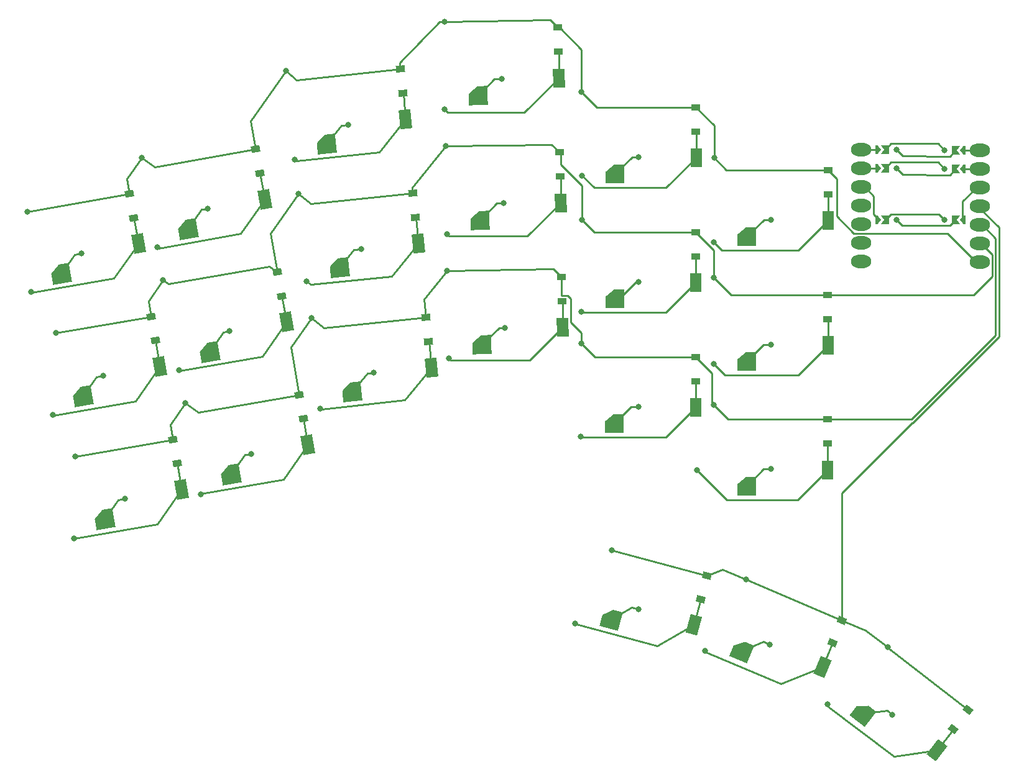
<source format=gbr>
%TF.GenerationSoftware,KiCad,Pcbnew,7.0.7*%
%TF.CreationDate,2024-02-04T11:46:41-06:00*%
%TF.ProjectId,main,6d61696e-2e6b-4696-9361-645f70636258,v1.0.0*%
%TF.SameCoordinates,Original*%
%TF.FileFunction,Copper,L1,Top*%
%TF.FilePolarity,Positive*%
%FSLAX46Y46*%
G04 Gerber Fmt 4.6, Leading zero omitted, Abs format (unit mm)*
G04 Created by KiCad (PCBNEW 7.0.7) date 2024-02-04 11:46:41*
%MOMM*%
%LPD*%
G01*
G04 APERTURE LIST*
G04 Aperture macros list*
%AMHorizOval*
0 Thick line with rounded ends*
0 $1 width*
0 $2 $3 position (X,Y) of the first rounded end (center of the circle)*
0 $4 $5 position (X,Y) of the second rounded end (center of the circle)*
0 Add line between two ends*
20,1,$1,$2,$3,$4,$5,0*
0 Add two circle primitives to create the rounded ends*
1,1,$1,$2,$3*
1,1,$1,$4,$5*%
%AMRotRect*
0 Rectangle, with rotation*
0 The origin of the aperture is its center*
0 $1 length*
0 $2 width*
0 $3 Rotation angle, in degrees counterclockwise*
0 Add horizontal line*
21,1,$1,$2,0,0,$3*%
%AMFreePoly0*
4,1,6,1.300000,-0.250000,0.050000,-1.300000,-1.300000,-1.300000,-1.300000,1.300000,1.300000,1.300000,1.300000,-0.250000,1.300000,-0.250000,$1*%
%AMFreePoly1*
4,1,6,0.250000,0.000000,-0.250000,-0.625000,-0.500000,-0.625000,-0.500000,0.625000,-0.250000,0.625000,0.250000,0.000000,0.250000,0.000000,$1*%
%AMFreePoly2*
4,1,6,0.500000,-0.625000,-0.650000,-0.625000,-0.150000,0.000000,-0.650000,0.625000,0.500000,0.625000,0.500000,-0.625000,0.500000,-0.625000,$1*%
%AMFreePoly3*
4,1,6,1.300000,-1.300000,-1.300000,-1.300000,-1.300000,0.250000,-0.050000,1.300000,1.300000,1.300000,1.300000,-1.300000,1.300000,-1.300000,$1*%
G04 Aperture macros list end*
%TA.AperFunction,ConnectorPad*%
%ADD10FreePoly0,179.900000*%
%TD*%
%TA.AperFunction,SMDPad,CuDef*%
%ADD11RotRect,1.600000X2.600000X179.900000*%
%TD*%
%TA.AperFunction,ConnectorPad*%
%ADD12FreePoly0,180.900000*%
%TD*%
%TA.AperFunction,SMDPad,CuDef*%
%ADD13RotRect,1.600000X2.600000X180.900000*%
%TD*%
%TA.AperFunction,SMDPad,CuDef*%
%ADD14RotRect,0.900000X1.200000X269.900000*%
%TD*%
%TA.AperFunction,SMDPad,CuDef*%
%ADD15RotRect,0.900000X1.200000X270.900000*%
%TD*%
%TA.AperFunction,SMDPad,CuDef*%
%ADD16RotRect,0.900000X1.200000X280.000000*%
%TD*%
%TA.AperFunction,ConnectorPad*%
%ADD17FreePoly0,190.000000*%
%TD*%
%TA.AperFunction,SMDPad,CuDef*%
%ADD18RotRect,1.600000X2.600000X190.000000*%
%TD*%
%TA.AperFunction,ConnectorPad*%
%ADD19FreePoly0,157.400000*%
%TD*%
%TA.AperFunction,SMDPad,CuDef*%
%ADD20RotRect,1.600000X2.600000X157.400000*%
%TD*%
%TA.AperFunction,ConnectorPad*%
%ADD21FreePoly0,185.900000*%
%TD*%
%TA.AperFunction,SMDPad,CuDef*%
%ADD22RotRect,1.600000X2.600000X185.900000*%
%TD*%
%TA.AperFunction,SMDPad,CuDef*%
%ADD23RotRect,0.900000X1.200000X275.900000*%
%TD*%
%TA.AperFunction,ConnectorPad*%
%ADD24FreePoly0,164.900000*%
%TD*%
%TA.AperFunction,SMDPad,CuDef*%
%ADD25RotRect,1.600000X2.600000X164.900000*%
%TD*%
%TA.AperFunction,SMDPad,CuDef*%
%ADD26RotRect,0.900000X1.200000X254.900000*%
%TD*%
%TA.AperFunction,SMDPad,CuDef*%
%ADD27RotRect,0.900000X1.200000X232.400000*%
%TD*%
%TA.AperFunction,ConnectorPad*%
%ADD28FreePoly0,142.400000*%
%TD*%
%TA.AperFunction,SMDPad,CuDef*%
%ADD29RotRect,1.600000X2.600000X142.400000*%
%TD*%
%TA.AperFunction,SMDPad,CuDef*%
%ADD30RotRect,0.900000X1.200000X247.400000*%
%TD*%
%TA.AperFunction,ComponentPad*%
%ADD31HorizOval,1.800000X0.474999X-0.000812X-0.474999X0.000812X0*%
%TD*%
%TA.AperFunction,SMDPad,CuDef*%
%ADD32FreePoly1,359.902000*%
%TD*%
%TA.AperFunction,ComponentPad*%
%ADD33C,0.800000*%
%TD*%
%TA.AperFunction,SMDPad,CuDef*%
%ADD34FreePoly2,179.902000*%
%TD*%
%TA.AperFunction,ComponentPad*%
%ADD35HorizOval,1.800000X-0.474999X0.000812X0.474999X-0.000812X0*%
%TD*%
%TA.AperFunction,SMDPad,CuDef*%
%ADD36FreePoly2,359.902000*%
%TD*%
%TA.AperFunction,SMDPad,CuDef*%
%ADD37FreePoly1,179.902000*%
%TD*%
%TA.AperFunction,SMDPad,CuDef*%
%ADD38FreePoly3,0.100000*%
%TD*%
%TA.AperFunction,SMDPad,CuDef*%
%ADD39RotRect,1.600000X2.600000X0.100000*%
%TD*%
%TA.AperFunction,ViaPad*%
%ADD40C,0.800000*%
%TD*%
%TA.AperFunction,Conductor*%
%ADD41C,0.250000*%
%TD*%
G04 APERTURE END LIST*
D10*
%TO.P,S14,1*%
%TO.N,P4*%
X155583270Y-93723619D03*
D11*
%TO.P,S14,2*%
%TO.N,index_home*%
X166637093Y-91542908D03*
%TD*%
D12*
%TO.P,S11,1*%
%TO.N,P3*%
X137219472Y-83016248D03*
D13*
%TO.P,S11,2*%
%TO.N,middle_home*%
X148233552Y-80642954D03*
%TD*%
D14*
%TO.P,D35,1*%
%TO.N,P8*%
X166624151Y-84642868D03*
%TO.P,D35,2*%
%TO.N,index_home*%
X166618391Y-87942862D03*
%TD*%
D15*
%TO.P,D32,1*%
%TO.N,P8*%
X148100187Y-73744184D03*
%TO.P,D32,2*%
%TO.N,middle_home*%
X148152021Y-77043776D03*
%TD*%
D14*
%TO.P,D37,1*%
%TO.N,P9*%
X184579577Y-110174264D03*
%TO.P,D37,2*%
%TO.N,inner_bottom*%
X184573817Y-113474258D03*
%TD*%
D10*
%TO.P,S17,1*%
%TO.N,P5*%
X173568429Y-102255020D03*
D11*
%TO.P,S17,2*%
%TO.N,inner_home*%
X184622252Y-100074309D03*
%TD*%
D16*
%TO.P,D23,1*%
%TO.N,P8*%
X92453517Y-96169167D03*
%TO.P,D23,2*%
%TO.N,outer_home*%
X93026555Y-99419033D03*
%TD*%
D14*
%TO.P,D34,1*%
%TO.N,P9*%
X166594491Y-101642857D03*
%TO.P,D34,2*%
%TO.N,index_bottom*%
X166588731Y-104942851D03*
%TD*%
D17*
%TO.P,S3,1*%
%TO.N,P0*%
X80224217Y-90303633D03*
D18*
%TO.P,S3,2*%
%TO.N,outer_top*%
X90724317Y-86218243D03*
%TD*%
D19*
%TO.P,S20,1*%
%TO.N,P4*%
X172858546Y-141706377D03*
D20*
%TO.P,S20,2*%
%TO.N,middle_cluster*%
X183905469Y-143921777D03*
%TD*%
D10*
%TO.P,S18,1*%
%TO.N,P5*%
X173598083Y-85255039D03*
D11*
%TO.P,S18,2*%
%TO.N,inner_top*%
X184651906Y-83074328D03*
%TD*%
D21*
%TO.P,S8,1*%
%TO.N,P2*%
X118090188Y-89510374D03*
D22*
%TO.P,S8,2*%
%TO.N,ring_home*%
X128855510Y-86186171D03*
%TD*%
D23*
%TO.P,D30,1*%
%TO.N,P7*%
X126373875Y-62415334D03*
%TO.P,D30,2*%
%TO.N,ring_top*%
X126713091Y-65697854D03*
%TD*%
D14*
%TO.P,D38,1*%
%TO.N,P8*%
X184609277Y-93174310D03*
%TO.P,D38,2*%
%TO.N,inner_home*%
X184603517Y-96474304D03*
%TD*%
D16*
%TO.P,D27,1*%
%TO.N,P7*%
X106707121Y-73347354D03*
%TO.P,D27,2*%
%TO.N,pinky_top*%
X107280159Y-76597220D03*
%TD*%
D17*
%TO.P,S5,1*%
%TO.N,P1*%
X100381837Y-100965311D03*
D18*
%TO.P,S5,2*%
%TO.N,pinky_home*%
X110881937Y-96879921D03*
%TD*%
D23*
%TO.P,D29,1*%
%TO.N,P8*%
X128121358Y-79325282D03*
%TO.P,D29,2*%
%TO.N,ring_home*%
X128460574Y-82607802D03*
%TD*%
D14*
%TO.P,D36,1*%
%TO.N,P7*%
X166653841Y-67642922D03*
%TO.P,D36,2*%
%TO.N,index_top*%
X166648081Y-70942916D03*
%TD*%
D24*
%TO.P,S19,1*%
%TO.N,P3*%
X155112729Y-137413677D03*
D25*
%TO.P,S19,2*%
%TO.N,left_cluster*%
X166354312Y-138168212D03*
%TD*%
D21*
%TO.P,S7,1*%
%TO.N,P2*%
X119837639Y-106420313D03*
D22*
%TO.P,S7,2*%
%TO.N,ring_bottom*%
X130602961Y-103096110D03*
%TD*%
D26*
%TO.P,D40,1*%
%TO.N,P10*%
X168127642Y-131499942D03*
%TO.P,D40,2*%
%TO.N,left_cluster*%
X167267978Y-134686002D03*
%TD*%
D15*
%TO.P,D33,1*%
%TO.N,P7*%
X147833182Y-56746251D03*
%TO.P,D33,2*%
%TO.N,middle_top*%
X147885016Y-60045843D03*
%TD*%
D16*
%TO.P,D24,1*%
%TO.N,P7*%
X89501521Y-79427429D03*
%TO.P,D24,2*%
%TO.N,outer_top*%
X90074559Y-82677295D03*
%TD*%
D23*
%TO.P,D28,1*%
%TO.N,P9*%
X129868813Y-96235221D03*
%TO.P,D28,2*%
%TO.N,ring_bottom*%
X130208029Y-99517741D03*
%TD*%
D27*
%TO.P,D42,1*%
%TO.N,P10*%
X203688266Y-149793043D03*
%TO.P,D42,2*%
%TO.N,right_cluster*%
X201674786Y-152407599D03*
%TD*%
D17*
%TO.P,S4,1*%
%TO.N,P1*%
X103333843Y-117707026D03*
D18*
%TO.P,S4,2*%
%TO.N,pinky_bottom*%
X113833943Y-113621636D03*
%TD*%
D17*
%TO.P,S2,1*%
%TO.N,P0*%
X83176223Y-107045364D03*
D18*
%TO.P,S2,2*%
%TO.N,outer_home*%
X93676323Y-102959974D03*
%TD*%
D14*
%TO.P,D39,1*%
%TO.N,P7*%
X184638957Y-76174313D03*
%TO.P,D39,2*%
%TO.N,inner_top*%
X184633197Y-79474307D03*
%TD*%
D12*
%TO.P,S12,1*%
%TO.N,P3*%
X136952445Y-66018339D03*
D13*
%TO.P,S12,2*%
%TO.N,middle_top*%
X147966525Y-63645045D03*
%TD*%
D17*
%TO.P,S6,1*%
%TO.N,P1*%
X97429806Y-84223540D03*
D18*
%TO.P,S6,2*%
%TO.N,pinky_top*%
X107929906Y-80138150D03*
%TD*%
D10*
%TO.P,S16,1*%
%TO.N,P5*%
X173538717Y-119254999D03*
D11*
%TO.P,S16,2*%
%TO.N,inner_bottom*%
X184592540Y-117074288D03*
%TD*%
D28*
%TO.P,S21,1*%
%TO.N,P5*%
X189400965Y-150276036D03*
D29*
%TO.P,S21,2*%
%TO.N,right_cluster*%
X199498085Y-155275103D03*
%TD*%
D16*
%TO.P,D22,1*%
%TO.N,P9*%
X95405560Y-112910875D03*
%TO.P,D22,2*%
%TO.N,outer_bottom*%
X95978598Y-116160741D03*
%TD*%
D15*
%TO.P,D31,1*%
%TO.N,P9*%
X148367203Y-90742095D03*
%TO.P,D31,2*%
%TO.N,middle_bottom*%
X148419037Y-94041687D03*
%TD*%
D17*
%TO.P,S1,1*%
%TO.N,P0*%
X86128251Y-123787126D03*
D18*
%TO.P,S1,2*%
%TO.N,outer_bottom*%
X96628351Y-119701736D03*
%TD*%
D16*
%TO.P,D25,1*%
%TO.N,P9*%
X112611159Y-106830801D03*
%TO.P,D25,2*%
%TO.N,pinky_bottom*%
X113184197Y-110080667D03*
%TD*%
D21*
%TO.P,S9,1*%
%TO.N,P2*%
X116342695Y-72600392D03*
D22*
%TO.P,S9,2*%
%TO.N,ring_top*%
X127108017Y-69276189D03*
%TD*%
D30*
%TO.P,D41,1*%
%TO.N,P10*%
X186534028Y-137542055D03*
%TO.P,D41,2*%
%TO.N,middle_cluster*%
X185265854Y-140588649D03*
%TD*%
D10*
%TO.P,S13,1*%
%TO.N,P4*%
X155553611Y-110723565D03*
D11*
%TO.P,S13,2*%
%TO.N,index_bottom*%
X166607434Y-108542854D03*
%TD*%
D12*
%TO.P,S10,1*%
%TO.N,P3*%
X137486510Y-100014142D03*
D13*
%TO.P,S10,2*%
%TO.N,middle_bottom*%
X148500590Y-97640848D03*
%TD*%
D31*
%TO.P,xiao,0*%
%TO.N,_1_0*%
X189149282Y-73426458D03*
D32*
X191624278Y-73430691D03*
D33*
%TO.N,P0*%
X193982274Y-73434724D03*
D34*
X202019262Y-73448470D03*
D31*
%TO.P,xiao,1*%
%TO.N,_1_1*%
X189144937Y-75966454D03*
D32*
X191619933Y-75970687D03*
D33*
%TO.N,P1*%
X193977930Y-75974720D03*
D34*
X202014918Y-75988467D03*
D31*
%TO.P,xiao,2*%
%TO.N,_1_2*%
X189140593Y-78506450D03*
D32*
X191607994Y-82950677D03*
D33*
%TO.N,P2*%
X193965991Y-82954710D03*
D34*
X202002979Y-82968456D03*
D31*
%TO.P,xiao,3*%
%TO.N,P3*%
X189136248Y-81046447D03*
%TO.P,xiao,4*%
%TO.N,P4*%
X189131904Y-83586443D03*
%TO.P,xiao,5*%
%TO.N,P5*%
X189127559Y-86126439D03*
%TO.P,xiao,6*%
%TO.N,P6*%
X189123215Y-88666435D03*
D35*
%TO.P,xiao,7*%
%TO.N,P7*%
X205313190Y-88694126D03*
%TO.P,xiao,8*%
%TO.N,P8*%
X205317535Y-86154130D03*
%TO.P,xiao,9*%
%TO.N,P9*%
X205321879Y-83614134D03*
%TO.P,xiao,10*%
%TO.N,P10*%
X205326224Y-81074137D03*
D36*
%TO.P,xiao,11*%
%TO.N,V3*%
X192452993Y-82952122D03*
D33*
X200489981Y-82965869D03*
D37*
%TO.N,_1_11*%
X202847978Y-82969902D03*
D35*
X205330568Y-78534141D03*
D36*
%TO.P,xiao,12*%
%TO.N,GND*%
X192464932Y-75972132D03*
D33*
X200501920Y-75985879D03*
D37*
%TO.N,_1_12*%
X202859917Y-75989912D03*
D35*
X205334913Y-75994145D03*
D36*
%TO.P,xiao,13*%
%TO.N,VCC*%
X192469276Y-73432136D03*
D33*
X200506265Y-73445883D03*
D37*
%TO.N,_1_13*%
X202864261Y-73449916D03*
D35*
X205339257Y-73454149D03*
%TD*%
D16*
%TO.P,D26,1*%
%TO.N,P8*%
X109659134Y-90089063D03*
%TO.P,D26,2*%
%TO.N,pinky_home*%
X110232172Y-93338929D03*
%TD*%
D38*
%TO.P,S15,1*%
%TO.N,P4*%
X155633708Y-76735075D03*
D39*
%TO.P,S15,2*%
%TO.N,index_top*%
X166679851Y-74515792D03*
%TD*%
D40*
%TO.N,P0*%
X85932353Y-104249485D03*
X82982085Y-87517594D03*
X88879159Y-120961657D03*
%TO.N,outer_bottom*%
X81985434Y-126417025D03*
%TO.N,outer_home*%
X79050426Y-109540285D03*
%TO.N,outer_top*%
X76091847Y-92820028D03*
%TO.N,P1*%
X103132735Y-98139833D03*
X100182458Y-81407945D03*
X106079556Y-114852043D03*
%TO.N,pinky_bottom*%
X99197975Y-120376326D03*
%TO.N,pinky_home*%
X96239595Y-103483403D03*
%TO.N,pinky_top*%
X93288756Y-86690685D03*
%TO.N,P2*%
X121045472Y-86961316D03*
X119263280Y-70004721D03*
X122810954Y-103758782D03*
%TO.N,ring_bottom*%
X115474952Y-108692370D03*
%TO.N,ring_home*%
X113623171Y-91360987D03*
%TO.N,ring_top*%
X112027789Y-74746737D03*
%TO.N,P3*%
X140651921Y-97664077D03*
X140221913Y-63744087D03*
X158824248Y-136076728D03*
X140501934Y-80674093D03*
%TO.N,middle_bottom*%
X133002051Y-101856471D03*
%TO.N,middle_home*%
X132746231Y-84908341D03*
%TO.N,middle_top*%
X132429535Y-67911283D03*
%TO.N,P4*%
X158851920Y-108414085D03*
X176743486Y-140850110D03*
X158851924Y-74394087D03*
X158851912Y-91444096D03*
%TO.N,index_bottom*%
X150931276Y-112534227D03*
%TO.N,index_home*%
X151071277Y-95524212D03*
%TO.N,index_top*%
X151121276Y-76934203D03*
%TO.N,P5*%
X193406642Y-150435119D03*
X176861905Y-116944089D03*
X176861911Y-99974087D03*
X176861913Y-82924108D03*
%TO.N,inner_bottom*%
X166801276Y-117094213D03*
%TO.N,inner_home*%
X169071272Y-102614222D03*
%TO.N,inner_top*%
X169071278Y-85984212D03*
%TO.N,left_cluster*%
X150200091Y-137970613D03*
%TO.N,middle_cluster*%
X167914294Y-141687654D03*
%TO.N,right_cluster*%
X184607637Y-148992924D03*
%TO.N,P9*%
X169050105Y-108184290D03*
X82135970Y-115202841D03*
X132782462Y-89898817D03*
X97090929Y-107964831D03*
X151080083Y-99824286D03*
X114299867Y-96322024D03*
%TO.N,P8*%
X132588686Y-72900623D03*
X79485753Y-98387589D03*
X151110094Y-82924294D03*
X112543817Y-79422993D03*
X169100098Y-90844298D03*
X94102418Y-91188909D03*
%TO.N,P7*%
X132383610Y-55914143D03*
X75607046Y-81891295D03*
X91162554Y-74516115D03*
X151040095Y-65484299D03*
X169130084Y-74514289D03*
X110814454Y-62682066D03*
%TO.N,P10*%
X192777668Y-141251403D03*
X173524579Y-132017124D03*
X155174083Y-128018034D03*
%TD*%
D41*
%TO.N,P0*%
X80224190Y-90303641D02*
X82061354Y-87679932D01*
X202020291Y-73452800D02*
X201260295Y-74292770D01*
X88879159Y-120961657D02*
X87997836Y-121117055D01*
X87997836Y-121117055D02*
X86128263Y-123787110D01*
X201260295Y-74292770D02*
X194820280Y-74282780D01*
X82061354Y-87679932D02*
X82982085Y-87517594D01*
X194820280Y-74282780D02*
X193980322Y-73432746D01*
X83176242Y-107045364D02*
X85021483Y-104410081D01*
X85021483Y-104410081D02*
X85932353Y-104249485D01*
%TO.N,outer_bottom*%
X81985434Y-126417025D02*
X82025599Y-126414451D01*
X82034341Y-126412906D02*
X81985434Y-126417025D01*
X93322871Y-124422423D02*
X82034341Y-126412906D01*
X96628382Y-119701721D02*
X96007574Y-116181040D01*
X96628366Y-119701725D02*
X93322871Y-124422423D01*
X82025599Y-126414451D02*
X82029965Y-126413678D01*
%TO.N,outer_home*%
X90370847Y-107680678D02*
X93676328Y-102959973D01*
X93676341Y-102959999D02*
X93055556Y-99439285D01*
X79050426Y-109540285D02*
X79206144Y-109649327D01*
X79206144Y-109649327D02*
X90370847Y-107680678D01*
%TO.N,outer_top*%
X87418832Y-90938966D02*
X90724326Y-86218249D01*
X90724335Y-86218241D02*
X90103553Y-82697572D01*
X76091847Y-92820028D02*
X76224394Y-92912838D01*
X76224394Y-92912838D02*
X87418832Y-90938966D01*
%TO.N,P1*%
X105227768Y-115002227D02*
X106079556Y-114852043D01*
X194820280Y-76822769D02*
X193980294Y-75972778D01*
X202010297Y-75992779D02*
X201260280Y-76832772D01*
X201260280Y-76832772D02*
X194820280Y-76822769D01*
X103333842Y-117707012D02*
X105227768Y-115002227D01*
X97429819Y-84223550D02*
X99291276Y-81565087D01*
X99291276Y-81565087D02*
X100182458Y-81407945D01*
X102251429Y-98295249D02*
X103132735Y-98139833D01*
X100381818Y-100965303D02*
X102251429Y-98295249D01*
%TO.N,pinky_bottom*%
X99226811Y-120335138D02*
X110528474Y-118342357D01*
X110528474Y-118342357D02*
X113833948Y-113621646D01*
X113833955Y-113621657D02*
X113213168Y-110100943D01*
X99197975Y-120376326D02*
X99226811Y-120335138D01*
%TO.N,pinky_home*%
X96372198Y-103576236D02*
X107576450Y-101600620D01*
X107576450Y-101600620D02*
X110881926Y-96879908D01*
X110881936Y-96879897D02*
X110261130Y-93359215D01*
X96239595Y-103483403D02*
X96372198Y-103576236D01*
%TO.N,pinky_top*%
X104624448Y-84858847D02*
X107929906Y-80138159D01*
X93288756Y-86690685D02*
X93479224Y-86824060D01*
X93479224Y-86824060D02*
X104624448Y-84858847D01*
X107929937Y-80138141D02*
X107309134Y-76617473D01*
%TO.N,P2*%
X121916780Y-103852763D02*
X122810954Y-103758782D01*
X194702234Y-83690898D02*
X193965975Y-82954628D01*
X202002932Y-82968494D02*
X201280575Y-83690908D01*
X120071437Y-87063702D02*
X121045472Y-86961316D01*
X116342680Y-72600423D02*
X118368456Y-70098765D01*
X201280575Y-83690908D02*
X194702234Y-83690898D01*
X118090166Y-89510366D02*
X120071437Y-87063702D01*
X119837623Y-106420315D02*
X121916780Y-103852763D01*
X118368456Y-70098765D02*
X119263280Y-70004721D01*
%TO.N,ring_bottom*%
X126988321Y-107559827D02*
X115696116Y-108746695D01*
X115696116Y-108746695D02*
X115474952Y-108692370D01*
X130602966Y-103096126D02*
X126988321Y-107559827D01*
X130602968Y-103096127D02*
X130296368Y-99591868D01*
X115542682Y-108762819D02*
X115619397Y-108754752D01*
X115474952Y-108692370D02*
X115542682Y-108762819D01*
%TO.N,ring_home*%
X114180568Y-91812350D02*
X125240871Y-90649873D01*
X113623171Y-91360987D02*
X114180568Y-91812350D01*
X125240871Y-90649873D02*
X128855510Y-86186154D01*
X128855488Y-86186158D02*
X128548892Y-82681917D01*
%TO.N,ring_top*%
X123493366Y-73739901D02*
X127108016Y-69276198D01*
X127108013Y-69276211D02*
X126801439Y-65771965D01*
X112027789Y-74746737D02*
X112244473Y-74922228D01*
X112244473Y-74922228D02*
X123493366Y-73739901D01*
%TO.N,P3*%
X139561607Y-80674074D02*
X140501934Y-80674093D01*
X137219472Y-83016236D02*
X139561607Y-80674074D01*
X157870855Y-135821244D02*
X158824248Y-136076728D01*
X137486500Y-100014128D02*
X139836535Y-97664089D01*
X139226698Y-63744083D02*
X140221913Y-63744087D01*
X155112717Y-137413677D02*
X157870855Y-135821244D01*
X139836535Y-97664089D02*
X140651921Y-97664077D01*
X136952440Y-66018331D02*
X139226698Y-63744083D01*
%TO.N,middle_bottom*%
X148500582Y-97640852D02*
X148500588Y-94123203D01*
X133243804Y-102098216D02*
X144043206Y-102098224D01*
X132954327Y-101987329D02*
X132944155Y-101977491D01*
X133002051Y-101856471D02*
X132954327Y-101987329D01*
X133002051Y-101856471D02*
X133243804Y-102098216D01*
X144043206Y-102098224D02*
X148500576Y-97640846D01*
%TO.N,middle_home*%
X143678285Y-85198215D02*
X133036100Y-85198214D01*
X148233548Y-80642935D02*
X143678285Y-85198215D01*
X133036100Y-85198214D02*
X132746231Y-84908341D01*
X148233551Y-80642914D02*
X148233589Y-77125310D01*
%TO.N,middle_top*%
X147966514Y-63645036D02*
X147966532Y-60127394D01*
X132876475Y-68358225D02*
X132429535Y-67911283D01*
X147966523Y-63645048D02*
X143253358Y-68358221D01*
X143253358Y-68358221D02*
X132876475Y-68358225D01*
%TO.N,P4*%
X156212318Y-93723643D02*
X158491864Y-91444096D01*
X157974725Y-74394090D02*
X158851924Y-74394087D01*
X175882448Y-140484656D02*
X176743486Y-140850110D01*
X158491864Y-91444096D02*
X158851912Y-91444096D01*
X155553598Y-110723576D02*
X157863091Y-108414094D01*
X172858538Y-141706373D02*
X175882448Y-140484656D01*
X155633707Y-76735093D02*
X157974725Y-74394090D01*
X157863091Y-108414094D02*
X158851920Y-108414085D01*
%TO.N,index_bottom*%
X162545995Y-112604292D02*
X151111427Y-112604296D01*
X166607433Y-108542864D02*
X162545995Y-112604292D01*
X150931276Y-112534227D02*
X150971286Y-112604285D01*
X151111427Y-112604296D02*
X150931276Y-112534227D01*
X166607446Y-108542890D02*
X166607422Y-104961558D01*
X150971286Y-112604285D02*
X151041351Y-112604290D01*
%TO.N,index_home*%
X151151413Y-95604346D02*
X162575673Y-95604351D01*
X151071277Y-95524212D02*
X151151413Y-95604346D01*
X166637109Y-91542910D02*
X166637105Y-87961604D01*
X162575673Y-95604351D02*
X166637087Y-91542929D01*
%TO.N,index_top*%
X166679881Y-74515814D02*
X162591298Y-78604379D01*
X152791438Y-78604381D02*
X151121276Y-76934203D01*
X162591298Y-78604379D02*
X152791438Y-78604381D01*
X166679853Y-74515823D02*
X166679858Y-70974706D01*
%TO.N,P5*%
X173538737Y-119255027D02*
X175849649Y-116944099D01*
X189400944Y-150276026D02*
X192686623Y-149872609D01*
X173568434Y-102255015D02*
X175849354Y-99974101D01*
X175849649Y-116944099D02*
X176861905Y-116944089D01*
X192686623Y-149872609D02*
X193406642Y-150435119D01*
X175929012Y-82924094D02*
X176861913Y-82924108D01*
X173598069Y-85255034D02*
X175929012Y-82924094D01*
X175849354Y-99974101D02*
X176861911Y-99974087D01*
%TO.N,inner_bottom*%
X184592571Y-117074319D02*
X184592575Y-113492954D01*
X184592539Y-117074284D02*
X180531113Y-121135723D01*
X180531113Y-121135723D02*
X170842769Y-121135719D01*
X170842769Y-121135719D02*
X166801276Y-117094213D01*
%TO.N,inner_home*%
X184622249Y-100074316D02*
X180560822Y-104135725D01*
X180560822Y-104135725D02*
X170602805Y-104135726D01*
X184622226Y-100074321D02*
X184622218Y-96492998D01*
X169081278Y-102614216D02*
X169071272Y-102614222D01*
X170602805Y-104135726D02*
X169081278Y-102614216D01*
%TO.N,inner_top*%
X180590481Y-87135738D02*
X170222819Y-87135760D01*
X170222819Y-87135760D02*
X169071278Y-85984212D01*
X184651904Y-83074367D02*
X184651895Y-79493051D01*
X184651905Y-83074325D02*
X180590481Y-87135738D01*
%TO.N,left_cluster*%
X150249255Y-138057574D02*
X150318114Y-138076039D01*
X150386963Y-138094482D02*
X150200091Y-137970613D01*
X150200091Y-137970613D02*
X150249255Y-138057574D01*
X166354304Y-138168221D02*
X161380089Y-141040079D01*
X161380089Y-141040079D02*
X150386963Y-138094482D01*
X166354295Y-138168191D02*
X167281202Y-134708929D01*
%TO.N,middle_cluster*%
X183905459Y-143921791D02*
X178202312Y-146226015D01*
X183905463Y-143921780D02*
X185292419Y-140654336D01*
X167997864Y-141894482D02*
X167914294Y-141687654D01*
X178202312Y-146226015D02*
X167997864Y-141894482D01*
%TO.N,right_cluster*%
X193630225Y-156099781D02*
X184656026Y-149337248D01*
X184656026Y-149337248D02*
X184607637Y-148992924D01*
X199498066Y-155275080D02*
X201683436Y-152477933D01*
X199498095Y-155275104D02*
X193630225Y-156099781D01*
%TO.N,P9*%
X168841280Y-107975490D02*
X169050105Y-108184290D01*
X114299867Y-96322024D02*
X111470633Y-100362588D01*
X152898666Y-101642841D02*
X152898646Y-101642855D01*
X166594489Y-101642851D02*
X168841284Y-103889647D01*
X149645902Y-93756709D02*
X149146512Y-93257316D01*
X195967168Y-110174270D02*
X184579586Y-110174273D01*
X207468391Y-85463223D02*
X207468394Y-98673035D01*
X111470633Y-100362588D02*
X112611162Y-106830808D01*
X184579591Y-110174271D02*
X171040072Y-110174278D01*
X115993586Y-97693576D02*
X114299867Y-96322024D01*
X149146512Y-93257316D02*
X148367208Y-93257318D01*
X151080083Y-99824286D02*
X151080094Y-98361301D01*
X171040072Y-110174278D02*
X169050105Y-108184290D01*
X132782462Y-89898817D02*
X132801298Y-89879295D01*
X95405559Y-112910882D02*
X82190539Y-115241057D01*
X95047918Y-110882545D02*
X95405563Y-112910883D01*
X205618492Y-83613315D02*
X207468391Y-85463223D01*
X132801298Y-89879295D02*
X147213241Y-89627748D01*
X97090929Y-107964831D02*
X95047918Y-110882545D01*
X166594489Y-101642851D02*
X152898666Y-101642841D01*
X168841284Y-103889647D02*
X168841280Y-107975490D01*
X148367208Y-93257318D02*
X148367210Y-90742095D01*
X151080094Y-98361301D02*
X149645899Y-96927111D01*
X129868827Y-96235228D02*
X129614078Y-93811458D01*
X97090929Y-107964831D02*
X98919269Y-109245046D01*
X129614078Y-93811458D02*
X132782462Y-89898817D01*
X147213241Y-89627748D02*
X148367204Y-90742073D01*
X129868826Y-96235215D02*
X115993586Y-97693576D01*
X98919269Y-109245046D02*
X112611160Y-106830802D01*
X149645899Y-96927111D02*
X149645902Y-93756709D01*
X152898646Y-101642855D02*
X151080083Y-99824286D01*
X207468394Y-98673035D02*
X195967168Y-110174270D01*
X82190539Y-115241057D02*
X82135970Y-115202841D01*
%TO.N,P8*%
X94102418Y-91188909D02*
X94845162Y-91708997D01*
X207012325Y-89204439D02*
X207012325Y-90674637D01*
X114226590Y-80785690D02*
X112543817Y-79422993D01*
X151110094Y-82924294D02*
X152828667Y-84642872D01*
X184609277Y-93174308D02*
X171430106Y-93174307D01*
X108737055Y-84859650D02*
X109659128Y-90089065D01*
X128121379Y-79325280D02*
X128036890Y-78521606D01*
X169100097Y-87118801D02*
X169100098Y-90844298D01*
X92083720Y-94071903D02*
X92453529Y-96169160D01*
X207012325Y-90674637D02*
X204512652Y-93174310D01*
X207018390Y-88189201D02*
X207013587Y-88464794D01*
X205514716Y-86165048D02*
X207018383Y-87722150D01*
X108527201Y-89296486D02*
X109659128Y-90089066D01*
X148270522Y-73744185D02*
X148270518Y-75453466D01*
X128036890Y-78521606D02*
X132588686Y-72900623D01*
X146997282Y-72679122D02*
X148100180Y-73744169D01*
X94102418Y-91188909D02*
X92083720Y-94071903D01*
X94845162Y-91708997D02*
X108527201Y-89296486D01*
X148270518Y-75453466D02*
X151110094Y-78293039D01*
X92453537Y-96169153D02*
X79485753Y-98387589D01*
X207018383Y-87722150D02*
X207018390Y-88189201D01*
X166624139Y-84642882D02*
X169100097Y-87118801D01*
X128121367Y-79325295D02*
X114226590Y-80785690D01*
X132588686Y-72900623D02*
X146997282Y-72679122D01*
X151110094Y-78293039D02*
X151110094Y-82924294D01*
X152828667Y-84642872D02*
X166624138Y-84642886D01*
X171430106Y-93174307D02*
X169100098Y-90844298D01*
X112543817Y-79422993D02*
X108737055Y-84859650D01*
X204512652Y-93174310D02*
X184609279Y-93174311D01*
X207013587Y-88464794D02*
X207012325Y-89204439D01*
%TO.N,P7*%
X132444662Y-55973080D02*
X146773491Y-55722978D01*
X153198710Y-67642916D02*
X166653832Y-67642910D01*
X148045049Y-56746276D02*
X151040089Y-59741303D01*
X75618147Y-81875445D02*
X75607046Y-81891295D01*
X169130084Y-74514289D02*
X170790105Y-76174307D01*
X151040089Y-59741303D02*
X151040095Y-65484299D01*
X89501516Y-79427436D02*
X75618147Y-81875445D01*
X110814454Y-62682066D02*
X106031098Y-69513406D01*
X106031098Y-69513406D02*
X106707120Y-73347341D01*
X204838187Y-88693310D02*
X200957997Y-84813113D01*
X185820508Y-82482876D02*
X185820501Y-77355868D01*
X89143877Y-77399079D02*
X89501519Y-79427434D01*
X126373879Y-62415338D02*
X126358813Y-61552442D01*
X126373875Y-62415336D02*
X112310401Y-63893473D01*
X170790105Y-76174307D02*
X184638967Y-76174303D01*
X169130103Y-70119172D02*
X169130084Y-74514289D01*
X91162554Y-74516115D02*
X89143877Y-77399079D01*
X200957997Y-84813113D02*
X188150754Y-84813119D01*
X151040095Y-65484299D02*
X153198710Y-67642916D01*
X112310401Y-63893473D02*
X110814454Y-62682066D01*
X131734750Y-55985471D02*
X132324683Y-55975202D01*
X106707111Y-73347331D02*
X92956159Y-75772002D01*
X126358813Y-61552442D02*
X131734750Y-55985471D01*
X146773491Y-55722978D02*
X147833160Y-56746268D01*
X92956159Y-75772002D02*
X91162554Y-74516115D01*
X188150754Y-84813119D02*
X185820508Y-82482876D01*
X185820501Y-77355868D02*
X184638957Y-76174307D01*
X166653853Y-67642926D02*
X169130103Y-70119172D01*
%TO.N,P10*%
X186534028Y-120220997D02*
X186534029Y-137542056D01*
X189760918Y-138911790D02*
X186534020Y-137542056D01*
X168127632Y-131499933D02*
X155181593Y-128031058D01*
X196130756Y-110624270D02*
X186534028Y-120220997D01*
X204988893Y-81073326D02*
X207918394Y-84002828D01*
X192758475Y-141253737D02*
X189760918Y-138911790D01*
X186534027Y-137542061D02*
X173525916Y-132020419D01*
X192780016Y-141270589D02*
X192777668Y-141251403D01*
X173525916Y-132020419D02*
X173524579Y-132017124D01*
X155181593Y-128031058D02*
X155174083Y-128018034D01*
X192777668Y-141251403D02*
X192758475Y-141253737D01*
X203688270Y-149793038D02*
X192780016Y-141270589D01*
X196153564Y-110624270D02*
X196130756Y-110624270D01*
X173524579Y-132017124D02*
X173521267Y-132018442D01*
X207918394Y-84002828D02*
X207918395Y-98859431D01*
X207918395Y-98859431D02*
X196153564Y-110624270D01*
X170265161Y-130636312D02*
X168127630Y-131499937D01*
X173521267Y-132018442D02*
X170265161Y-130636312D01*
%TO.N,VCC*%
X193230289Y-72582763D02*
X199670311Y-72592774D01*
X199670311Y-72592774D02*
X200510288Y-73442788D01*
X192470300Y-73432768D02*
X193230289Y-72582763D01*
%TO.N,GND*%
X192460313Y-75972774D02*
X193220285Y-75122779D01*
X199660275Y-75132789D02*
X200500308Y-75982773D01*
X193220285Y-75122779D02*
X199660275Y-75132789D01*
%TO.N,V3*%
X192452946Y-82952015D02*
X193175362Y-82229642D01*
X199753676Y-82229619D02*
X200489938Y-82965897D01*
X193175362Y-82229642D02*
X199753676Y-82229619D01*
%TO.N,_1_0*%
X191620301Y-73432778D02*
X189620299Y-73422770D01*
%TO.N,_1_13*%
X202860287Y-73452773D02*
X204860301Y-73452770D01*
%TO.N,_1_1*%
X191620305Y-75972760D02*
X189620295Y-75962774D01*
%TO.N,_1_12*%
X202860308Y-75992770D02*
X204860293Y-75992768D01*
%TO.N,_1_2*%
X190837142Y-82179699D02*
X191607969Y-82950550D01*
X190837110Y-79728613D02*
X190837142Y-82179699D01*
X189615639Y-78507089D02*
X190837110Y-79728613D01*
%TO.N,_1_11*%
X204855556Y-78533309D02*
X202979052Y-80409813D01*
X202979052Y-80409813D02*
X202979024Y-82838824D01*
%TD*%
M02*

</source>
